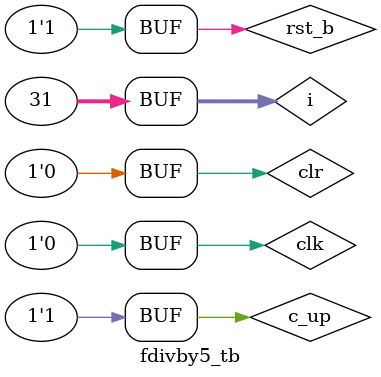
<source format=v>
module rgst #(
    parameter w=8
)(
    input clk, rst_b, ld, clr, 
    input [w-1:0] d, 
    output reg [w-1:0] q
);
    always @ (posedge clk, negedge rst_b)
        if (!rst_b)                 q <= 0;
        else if (clr)               q <= 0;
        else if (ld)                q <= d;
endmodule

module fdivby5(
  input clr, c_up, clk, rst_b,
  output fdclk
);

wire [2:0] q;

rgst #(.w(3)) REG(
  .clk(clk),
  .rst_b(rst_b),
  .ld(c_up),
  .clr(clr | q[2]),
  .d({q[2] ^ (q[1] & q[0]), q[1] ^ q[0], ~q[0]}),
  .q(q)
);

assign fdclk = ~(q[2] | q[1] | q[0]);

endmodule

module fdivby5_tb;
reg clk, rst_b, clr, c_up;
wire fdclk;

fdivby5 cut(
  .clr(clr),
  .c_up(c_up),
  .clk(clk),
  .rst_b(rst_b),
  .fdclk(fdclk)
);

initial begin
  clk = 0;
  rst_b = 0;
  clr = 0;
  c_up = 1;
end

integer i;
initial begin
  for(i = 1; i <= 30; i = i + 1) begin
    #50; clk = ~clk;
  end
end

initial begin
  #25; rst_b = 1;
end

initial begin
  #700; clr = 1;
  #100; clr = 0;
  #500; clr = 1;
  #100; clr = 0;
end

endmodule
</source>
